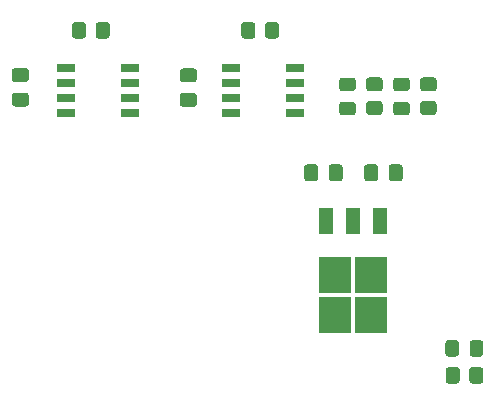
<source format=gtp>
G04 #@! TF.GenerationSoftware,KiCad,Pcbnew,(5.1.10)-1*
G04 #@! TF.CreationDate,2021-07-06T11:56:46+05:30*
G04 #@! TF.ProjectId,STM_Morpho,53544d5f-4d6f-4727-9068-6f2e6b696361,rev?*
G04 #@! TF.SameCoordinates,PX7bfa480PY7270e00*
G04 #@! TF.FileFunction,Paste,Top*
G04 #@! TF.FilePolarity,Positive*
%FSLAX46Y46*%
G04 Gerber Fmt 4.6, Leading zero omitted, Abs format (unit mm)*
G04 Created by KiCad (PCBNEW (5.1.10)-1) date 2021-07-06 11:56:46*
%MOMM*%
%LPD*%
G01*
G04 APERTURE LIST*
%ADD10R,2.750000X3.050000*%
%ADD11R,1.200000X2.200000*%
%ADD12R,1.525000X0.650000*%
G04 APERTURE END LIST*
G04 #@! TO.C,R5*
G36*
G01*
X59344000Y819999D02*
X59344000Y1720001D01*
G75*
G02*
X59593999Y1970000I249999J0D01*
G01*
X60294001Y1970000D01*
G75*
G02*
X60544000Y1720001I0J-249999D01*
G01*
X60544000Y819999D01*
G75*
G02*
X60294001Y570000I-249999J0D01*
G01*
X59593999Y570000D01*
G75*
G02*
X59344000Y819999I0J249999D01*
G01*
G37*
G36*
G01*
X57344000Y819999D02*
X57344000Y1720001D01*
G75*
G02*
X57593999Y1970000I249999J0D01*
G01*
X58294001Y1970000D01*
G75*
G02*
X58544000Y1720001I0J-249999D01*
G01*
X58544000Y819999D01*
G75*
G02*
X58294001Y570000I-249999J0D01*
G01*
X57593999Y570000D01*
G75*
G02*
X57344000Y819999I0J249999D01*
G01*
G37*
G04 #@! TD*
G04 #@! TO.C,R4*
G36*
G01*
X55429999Y24508000D02*
X56330001Y24508000D01*
G75*
G02*
X56580000Y24258001I0J-249999D01*
G01*
X56580000Y23557999D01*
G75*
G02*
X56330001Y23308000I-249999J0D01*
G01*
X55429999Y23308000D01*
G75*
G02*
X55180000Y23557999I0J249999D01*
G01*
X55180000Y24258001D01*
G75*
G02*
X55429999Y24508000I249999J0D01*
G01*
G37*
G36*
G01*
X55429999Y26508000D02*
X56330001Y26508000D01*
G75*
G02*
X56580000Y26258001I0J-249999D01*
G01*
X56580000Y25557999D01*
G75*
G02*
X56330001Y25308000I-249999J0D01*
G01*
X55429999Y25308000D01*
G75*
G02*
X55180000Y25557999I0J249999D01*
G01*
X55180000Y26258001D01*
G75*
G02*
X55429999Y26508000I249999J0D01*
G01*
G37*
G04 #@! TD*
G04 #@! TO.C,R3*
G36*
G01*
X50857999Y24508000D02*
X51758001Y24508000D01*
G75*
G02*
X52008000Y24258001I0J-249999D01*
G01*
X52008000Y23557999D01*
G75*
G02*
X51758001Y23308000I-249999J0D01*
G01*
X50857999Y23308000D01*
G75*
G02*
X50608000Y23557999I0J249999D01*
G01*
X50608000Y24258001D01*
G75*
G02*
X50857999Y24508000I249999J0D01*
G01*
G37*
G36*
G01*
X50857999Y26508000D02*
X51758001Y26508000D01*
G75*
G02*
X52008000Y26258001I0J-249999D01*
G01*
X52008000Y25557999D01*
G75*
G02*
X51758001Y25308000I-249999J0D01*
G01*
X50857999Y25308000D01*
G75*
G02*
X50608000Y25557999I0J249999D01*
G01*
X50608000Y26258001D01*
G75*
G02*
X50857999Y26508000I249999J0D01*
G01*
G37*
G04 #@! TD*
G04 #@! TO.C,R2*
G36*
G01*
X26905000Y30930001D02*
X26905000Y30029999D01*
G75*
G02*
X26655001Y29780000I-249999J0D01*
G01*
X25954999Y29780000D01*
G75*
G02*
X25705000Y30029999I0J249999D01*
G01*
X25705000Y30930001D01*
G75*
G02*
X25954999Y31180000I249999J0D01*
G01*
X26655001Y31180000D01*
G75*
G02*
X26905000Y30930001I0J-249999D01*
G01*
G37*
G36*
G01*
X28905000Y30930001D02*
X28905000Y30029999D01*
G75*
G02*
X28655001Y29780000I-249999J0D01*
G01*
X27954999Y29780000D01*
G75*
G02*
X27705000Y30029999I0J249999D01*
G01*
X27705000Y30930001D01*
G75*
G02*
X27954999Y31180000I249999J0D01*
G01*
X28655001Y31180000D01*
G75*
G02*
X28905000Y30930001I0J-249999D01*
G01*
G37*
G04 #@! TD*
G04 #@! TO.C,D5*
G36*
G01*
X59369000Y3105999D02*
X59369000Y4006001D01*
G75*
G02*
X59618999Y4256000I249999J0D01*
G01*
X60269001Y4256000D01*
G75*
G02*
X60519000Y4006001I0J-249999D01*
G01*
X60519000Y3105999D01*
G75*
G02*
X60269001Y2856000I-249999J0D01*
G01*
X59618999Y2856000D01*
G75*
G02*
X59369000Y3105999I0J249999D01*
G01*
G37*
G36*
G01*
X57319000Y3105999D02*
X57319000Y4006001D01*
G75*
G02*
X57568999Y4256000I249999J0D01*
G01*
X58219001Y4256000D01*
G75*
G02*
X58469000Y4006001I0J-249999D01*
G01*
X58469000Y3105999D01*
G75*
G02*
X58219001Y2856000I-249999J0D01*
G01*
X57568999Y2856000D01*
G75*
G02*
X57319000Y3105999I0J249999D01*
G01*
G37*
G04 #@! TD*
G04 #@! TO.C,D4*
G36*
G01*
X53143999Y24433000D02*
X54044001Y24433000D01*
G75*
G02*
X54294000Y24183001I0J-249999D01*
G01*
X54294000Y23532999D01*
G75*
G02*
X54044001Y23283000I-249999J0D01*
G01*
X53143999Y23283000D01*
G75*
G02*
X52894000Y23532999I0J249999D01*
G01*
X52894000Y24183001D01*
G75*
G02*
X53143999Y24433000I249999J0D01*
G01*
G37*
G36*
G01*
X53143999Y26483000D02*
X54044001Y26483000D01*
G75*
G02*
X54294000Y26233001I0J-249999D01*
G01*
X54294000Y25582999D01*
G75*
G02*
X54044001Y25333000I-249999J0D01*
G01*
X53143999Y25333000D01*
G75*
G02*
X52894000Y25582999I0J249999D01*
G01*
X52894000Y26233001D01*
G75*
G02*
X53143999Y26483000I249999J0D01*
G01*
G37*
G04 #@! TD*
G04 #@! TO.C,D3*
G36*
G01*
X48571999Y24433000D02*
X49472001Y24433000D01*
G75*
G02*
X49722000Y24183001I0J-249999D01*
G01*
X49722000Y23532999D01*
G75*
G02*
X49472001Y23283000I-249999J0D01*
G01*
X48571999Y23283000D01*
G75*
G02*
X48322000Y23532999I0J249999D01*
G01*
X48322000Y24183001D01*
G75*
G02*
X48571999Y24433000I249999J0D01*
G01*
G37*
G36*
G01*
X48571999Y26483000D02*
X49472001Y26483000D01*
G75*
G02*
X49722000Y26233001I0J-249999D01*
G01*
X49722000Y25582999D01*
G75*
G02*
X49472001Y25333000I-249999J0D01*
G01*
X48571999Y25333000D01*
G75*
G02*
X48322000Y25582999I0J249999D01*
G01*
X48322000Y26233001D01*
G75*
G02*
X48571999Y26483000I249999J0D01*
G01*
G37*
G04 #@! TD*
G04 #@! TO.C,C2*
G36*
G01*
X21811000Y26104000D02*
X20861000Y26104000D01*
G75*
G02*
X20611000Y26354000I0J250000D01*
G01*
X20611000Y27029000D01*
G75*
G02*
X20861000Y27279000I250000J0D01*
G01*
X21811000Y27279000D01*
G75*
G02*
X22061000Y27029000I0J-250000D01*
G01*
X22061000Y26354000D01*
G75*
G02*
X21811000Y26104000I-250000J0D01*
G01*
G37*
G36*
G01*
X21811000Y24029000D02*
X20861000Y24029000D01*
G75*
G02*
X20611000Y24279000I0J250000D01*
G01*
X20611000Y24954000D01*
G75*
G02*
X20861000Y25204000I250000J0D01*
G01*
X21811000Y25204000D01*
G75*
G02*
X22061000Y24954000I0J-250000D01*
G01*
X22061000Y24279000D01*
G75*
G02*
X21811000Y24029000I-250000J0D01*
G01*
G37*
G04 #@! TD*
D10*
G04 #@! TO.C,U1*
X48005000Y9735000D03*
X51055000Y6385000D03*
X51055000Y9735000D03*
X48005000Y6385000D03*
D11*
X47250000Y14360000D03*
X49530000Y14360000D03*
X51810000Y14360000D03*
G04 #@! TD*
G04 #@! TO.C,C4*
G36*
G01*
X47440000Y17940000D02*
X47440000Y18890000D01*
G75*
G02*
X47690000Y19140000I250000J0D01*
G01*
X48365000Y19140000D01*
G75*
G02*
X48615000Y18890000I0J-250000D01*
G01*
X48615000Y17940000D01*
G75*
G02*
X48365000Y17690000I-250000J0D01*
G01*
X47690000Y17690000D01*
G75*
G02*
X47440000Y17940000I0J250000D01*
G01*
G37*
G36*
G01*
X45365000Y17940000D02*
X45365000Y18890000D01*
G75*
G02*
X45615000Y19140000I250000J0D01*
G01*
X46290000Y19140000D01*
G75*
G02*
X46540000Y18890000I0J-250000D01*
G01*
X46540000Y17940000D01*
G75*
G02*
X46290000Y17690000I-250000J0D01*
G01*
X45615000Y17690000D01*
G75*
G02*
X45365000Y17940000I0J250000D01*
G01*
G37*
G04 #@! TD*
G04 #@! TO.C,C3*
G36*
G01*
X52520000Y17940000D02*
X52520000Y18890000D01*
G75*
G02*
X52770000Y19140000I250000J0D01*
G01*
X53445000Y19140000D01*
G75*
G02*
X53695000Y18890000I0J-250000D01*
G01*
X53695000Y17940000D01*
G75*
G02*
X53445000Y17690000I-250000J0D01*
G01*
X52770000Y17690000D01*
G75*
G02*
X52520000Y17940000I0J250000D01*
G01*
G37*
G36*
G01*
X50445000Y17940000D02*
X50445000Y18890000D01*
G75*
G02*
X50695000Y19140000I250000J0D01*
G01*
X51370000Y19140000D01*
G75*
G02*
X51620000Y18890000I0J-250000D01*
G01*
X51620000Y17940000D01*
G75*
G02*
X51370000Y17690000I-250000J0D01*
G01*
X50695000Y17690000D01*
G75*
G02*
X50445000Y17940000I0J250000D01*
G01*
G37*
G04 #@! TD*
G04 #@! TO.C,R1*
G36*
G01*
X41240000Y30930001D02*
X41240000Y30029999D01*
G75*
G02*
X40990001Y29780000I-249999J0D01*
G01*
X40289999Y29780000D01*
G75*
G02*
X40040000Y30029999I0J249999D01*
G01*
X40040000Y30930001D01*
G75*
G02*
X40289999Y31180000I249999J0D01*
G01*
X40990001Y31180000D01*
G75*
G02*
X41240000Y30930001I0J-249999D01*
G01*
G37*
G36*
G01*
X43240000Y30930001D02*
X43240000Y30029999D01*
G75*
G02*
X42990001Y29780000I-249999J0D01*
G01*
X42289999Y29780000D01*
G75*
G02*
X42040000Y30029999I0J249999D01*
G01*
X42040000Y30930001D01*
G75*
G02*
X42289999Y31180000I249999J0D01*
G01*
X42990001Y31180000D01*
G75*
G02*
X43240000Y30930001I0J-249999D01*
G01*
G37*
G04 #@! TD*
G04 #@! TO.C,C1*
G36*
G01*
X36035000Y26082500D02*
X35085000Y26082500D01*
G75*
G02*
X34835000Y26332500I0J250000D01*
G01*
X34835000Y27007500D01*
G75*
G02*
X35085000Y27257500I250000J0D01*
G01*
X36035000Y27257500D01*
G75*
G02*
X36285000Y27007500I0J-250000D01*
G01*
X36285000Y26332500D01*
G75*
G02*
X36035000Y26082500I-250000J0D01*
G01*
G37*
G36*
G01*
X36035000Y24007500D02*
X35085000Y24007500D01*
G75*
G02*
X34835000Y24257500I0J250000D01*
G01*
X34835000Y24932500D01*
G75*
G02*
X35085000Y25182500I250000J0D01*
G01*
X36035000Y25182500D01*
G75*
G02*
X36285000Y24932500I0J-250000D01*
G01*
X36285000Y24257500D01*
G75*
G02*
X36035000Y24007500I-250000J0D01*
G01*
G37*
G04 #@! TD*
D12*
G04 #@! TO.C,IC1*
X39198000Y23495000D03*
X39198000Y24765000D03*
X39198000Y26035000D03*
X39198000Y27305000D03*
X44622000Y27305000D03*
X44622000Y26035000D03*
X44622000Y24765000D03*
X44622000Y23495000D03*
G04 #@! TD*
G04 #@! TO.C,IC2*
X30652000Y23495000D03*
X30652000Y24765000D03*
X30652000Y26035000D03*
X30652000Y27305000D03*
X25228000Y27305000D03*
X25228000Y26035000D03*
X25228000Y24765000D03*
X25228000Y23495000D03*
G04 #@! TD*
M02*

</source>
